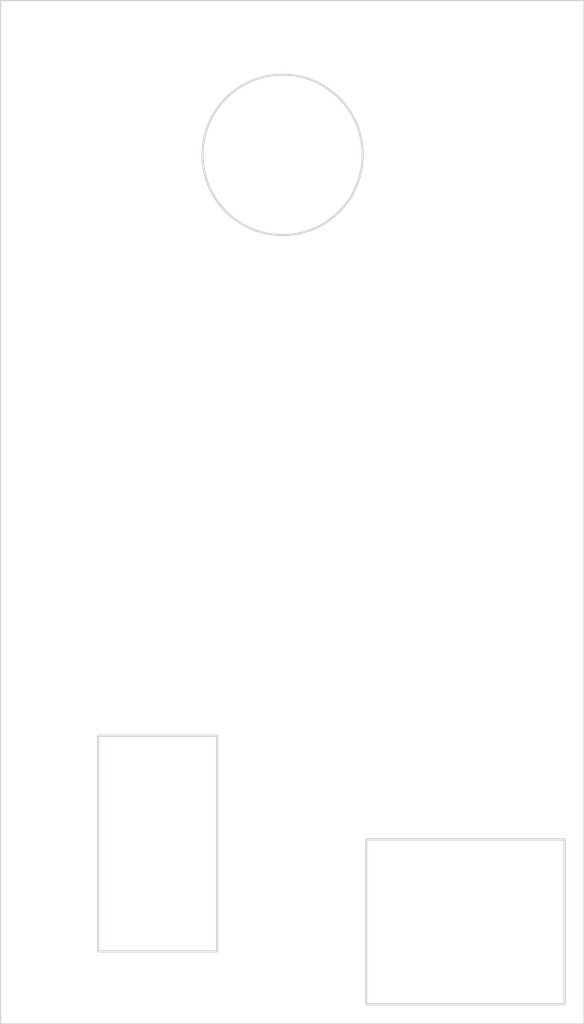
<source format=kicad_pcb>
(kicad_pcb
	(version 20240108)
	(generator "pcbnew")
	(generator_version "8.0")
	(general
		(thickness 1.6)
		(legacy_teardrops no)
	)
	(paper "A4")
	(layers
		(0 "F.Cu" signal)
		(31 "B.Cu" signal)
		(32 "B.Adhes" user "B.Adhesive")
		(33 "F.Adhes" user "F.Adhesive")
		(34 "B.Paste" user)
		(35 "F.Paste" user)
		(36 "B.SilkS" user "B.Silkscreen")
		(37 "F.SilkS" user "F.Silkscreen")
		(38 "B.Mask" user)
		(39 "F.Mask" user)
		(40 "Dwgs.User" user "User.Drawings")
		(41 "Cmts.User" user "User.Comments")
		(42 "Eco1.User" user "User.Eco1")
		(43 "Eco2.User" user "User.Eco2")
		(44 "Edge.Cuts" user)
		(45 "Margin" user)
		(46 "B.CrtYd" user "B.Courtyard")
		(47 "F.CrtYd" user "F.Courtyard")
		(48 "B.Fab" user)
		(49 "F.Fab" user)
		(50 "User.1" user)
		(51 "User.2" user)
		(52 "User.3" user)
		(53 "User.4" user)
		(54 "User.5" user)
		(55 "User.6" user)
		(56 "User.7" user)
		(57 "User.8" user)
		(58 "User.9" user)
	)
	(setup
		(pad_to_mask_clearance 0)
		(allow_soldermask_bridges_in_footprints no)
		(pcbplotparams
			(layerselection 0x00010fc_ffffffff)
			(plot_on_all_layers_selection 0x0000000_00000000)
			(disableapertmacros no)
			(usegerberextensions no)
			(usegerberattributes yes)
			(usegerberadvancedattributes yes)
			(creategerberjobfile yes)
			(dashed_line_dash_ratio 12.000000)
			(dashed_line_gap_ratio 3.000000)
			(svgprecision 4)
			(plotframeref no)
			(viasonmask no)
			(mode 1)
			(useauxorigin no)
			(hpglpennumber 1)
			(hpglpenspeed 20)
			(hpglpendiameter 15.000000)
			(pdf_front_fp_property_popups yes)
			(pdf_back_fp_property_popups yes)
			(dxfpolygonmode yes)
			(dxfimperialunits yes)
			(dxfusepcbnewfont yes)
			(psnegative no)
			(psa4output no)
			(plotreference yes)
			(plotvalue yes)
			(plotfptext yes)
			(plotinvisibletext no)
			(sketchpadsonfab no)
			(subtractmaskfromsilk no)
			(outputformat 1)
			(mirror no)
			(drillshape 1)
			(scaleselection 1)
			(outputdirectory "")
		)
	)
	(net 0 "")
	(gr_rect
		(start 142.083096 74.53)
		(end 167.483096 119.03)
		(stroke
			(width 0.05)
			(type default)
		)
		(fill none)
		(layer "Edge.Cuts")
		(uuid "695eccfd-05be-4c75-9569-9e2572387a36")
	)
	(gr_circle
		(center 154.363096 81.24)
		(end 157.85 81.24)
		(stroke
			(width 0.1)
			(type default)
		)
		(fill none)
		(layer "Edge.Cuts")
		(uuid "a565988e-5706-4b86-8eef-3b5e744f9065")
	)
	(gr_rect
		(start 158.003096 111.01)
		(end 166.643096 118.18)
		(stroke
			(width 0.1)
			(type default)
		)
		(fill none)
		(layer "Edge.Cuts")
		(uuid "b3c56bde-9020-4165-8f6b-1cd971a34da4")
	)
	(gr_rect
		(start 146.333096 106.5)
		(end 151.513096 115.88)
		(stroke
			(width 0.1)
			(type default)
		)
		(fill none)
		(layer "Edge.Cuts")
		(uuid "f625574d-f212-49dc-84a9-1be120441296")
	)
)
</source>
